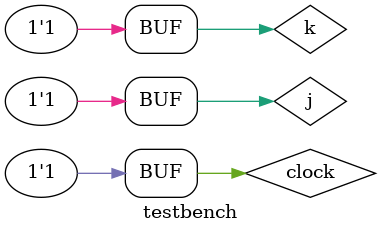
<source format=v>
module testbench;

    // input and output test signals
    reg j, k, clock;

    wire q, q_bar;

    // creating the instance of the module we want to test
    //  lab1 - module name
    //  dut  - instance name ('dut' means 'device under test')
    jk_trigger dut (.clock(clock), .j(j), .k(k), .q(q), .q_bar(q_bar));
    // do at the beginning of the simulation
    initial
        begin
            j = 0;
            k = 0;
            clock = 0;
            #1;
            clock = 1;
            #1;
            j = 1;
            k = 0;
            clock = 0;
            #1;
            clock = 1;
            #1;
            j = 1;
            k = 1;
            clock = 0;
            #1;
            clock = 1;
            #1;
            clock = 0;
            #1;
            clock = 1;
            #1;
            j = 0;
            k = 0;
            clock = 0;
            #1;
            clock = 1;
            #1;
            j = 0;
            k = 1;
            clock = 0;
            #1;
            clock = 1;
            #1;
            j = 1;
            k = 1;
            clock = 0;
            #1;
            clock = 1;
            #1;
            clock = 0;
            #1;
            clock = 1;
            #1;
            clock = 0;
            #1;
            clock = 1;
            #1;
        end

    // do at the beginning of the simulation
    //  print signal values on every change
    initial
        $monitor("q=%b q_bar=%b", q, q_bar);

    // do at the beginning of the simulation
    initial
        $dumpvars;  //iverilog dump init

endmodule

</source>
